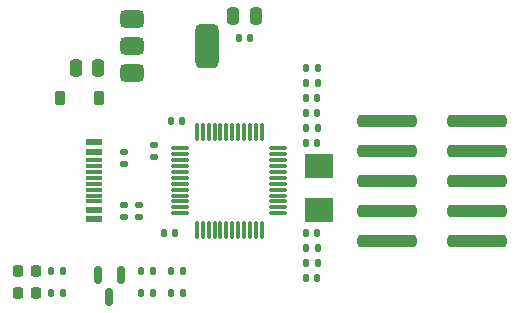
<source format=gtp>
%TF.GenerationSoftware,KiCad,Pcbnew,9.0.4+dfsg-1*%
%TF.CreationDate,2025-10-05T10:35:02+08:00*%
%TF.ProjectId,stlink,73746c69-6e6b-42e6-9b69-6361645f7063,b*%
%TF.SameCoordinates,Original*%
%TF.FileFunction,Paste,Top*%
%TF.FilePolarity,Positive*%
%FSLAX45Y45*%
G04 Gerber Fmt 4.5, Leading zero omitted, Abs format (unit mm)*
G04 Created by KiCad (PCBNEW 9.0.4+dfsg-1) date 2025-10-05 10:35:02*
%MOMM*%
%LPD*%
G01*
G04 APERTURE LIST*
G04 Aperture macros list*
%AMRoundRect*
0 Rectangle with rounded corners*
0 $1 Rounding radius*
0 $2 $3 $4 $5 $6 $7 $8 $9 X,Y pos of 4 corners*
0 Add a 4 corners polygon primitive as box body*
4,1,4,$2,$3,$4,$5,$6,$7,$8,$9,$2,$3,0*
0 Add four circle primitives for the rounded corners*
1,1,$1+$1,$2,$3*
1,1,$1+$1,$4,$5*
1,1,$1+$1,$6,$7*
1,1,$1+$1,$8,$9*
0 Add four rect primitives between the rounded corners*
20,1,$1+$1,$2,$3,$4,$5,0*
20,1,$1+$1,$4,$5,$6,$7,0*
20,1,$1+$1,$6,$7,$8,$9,0*
20,1,$1+$1,$8,$9,$2,$3,0*%
G04 Aperture macros list end*
%ADD10RoundRect,0.250000X0.250000X0.475000X-0.250000X0.475000X-0.250000X-0.475000X0.250000X-0.475000X0*%
%ADD11RoundRect,0.250000X-0.250000X-0.475000X0.250000X-0.475000X0.250000X0.475000X-0.250000X0.475000X0*%
%ADD12RoundRect,0.135000X-0.185000X0.135000X-0.185000X-0.135000X0.185000X-0.135000X0.185000X0.135000X0*%
%ADD13RoundRect,0.140000X-0.140000X-0.170000X0.140000X-0.170000X0.140000X0.170000X-0.140000X0.170000X0*%
%ADD14RoundRect,0.140000X0.140000X0.170000X-0.140000X0.170000X-0.140000X-0.170000X0.140000X-0.170000X0*%
%ADD15RoundRect,0.250000X-2.250000X-0.260000X2.250000X-0.260000X2.250000X0.260000X-2.250000X0.260000X0*%
%ADD16RoundRect,0.218750X-0.218750X-0.256250X0.218750X-0.256250X0.218750X0.256250X-0.218750X0.256250X0*%
%ADD17RoundRect,0.218750X0.218750X0.256250X-0.218750X0.256250X-0.218750X-0.256250X0.218750X-0.256250X0*%
%ADD18RoundRect,0.135000X-0.135000X-0.185000X0.135000X-0.185000X0.135000X0.185000X-0.135000X0.185000X0*%
%ADD19RoundRect,0.225000X0.225000X0.375000X-0.225000X0.375000X-0.225000X-0.375000X0.225000X-0.375000X0*%
%ADD20RoundRect,0.075000X0.662500X0.075000X-0.662500X0.075000X-0.662500X-0.075000X0.662500X-0.075000X0*%
%ADD21RoundRect,0.075000X0.075000X0.662500X-0.075000X0.662500X-0.075000X-0.662500X0.075000X-0.662500X0*%
%ADD22RoundRect,0.150000X-0.150000X0.587500X-0.150000X-0.587500X0.150000X-0.587500X0.150000X0.587500X0*%
%ADD23RoundRect,0.135000X0.135000X0.185000X-0.135000X0.185000X-0.135000X-0.185000X0.135000X-0.185000X0*%
%ADD24R,2.400000X2.000000*%
%ADD25RoundRect,0.135000X0.185000X-0.135000X0.185000X0.135000X-0.185000X0.135000X-0.185000X-0.135000X0*%
%ADD26R,1.450000X0.600000*%
%ADD27R,1.450000X0.300000*%
%ADD28RoundRect,0.375000X-0.625000X-0.375000X0.625000X-0.375000X0.625000X0.375000X-0.625000X0.375000X0*%
%ADD29RoundRect,0.500000X-0.500000X-1.400000X0.500000X-1.400000X0.500000X1.400000X-0.500000X1.400000X0*%
G04 APERTURE END LIST*
D10*
%TO.C,C4*%
X10953500Y-7937500D03*
X10763500Y-7937500D03*
%TD*%
D11*
%TO.C,C5*%
X12097000Y-7493000D03*
X12287000Y-7493000D03*
%TD*%
D12*
%TO.C,R5*%
X11303000Y-9093000D03*
X11303000Y-9195000D03*
%TD*%
D13*
%TO.C,C6*%
X12715500Y-9715500D03*
X12811500Y-9715500D03*
%TD*%
%TO.C,C7*%
X12715500Y-8191500D03*
X12811500Y-8191500D03*
%TD*%
D14*
%TO.C,C8*%
X11668500Y-8382000D03*
X11572500Y-8382000D03*
%TD*%
%TO.C,C9*%
X11605000Y-9334500D03*
X11509000Y-9334500D03*
%TD*%
D15*
%TO.C,J2*%
X13399500Y-8382000D03*
X14159500Y-8382000D03*
X13399500Y-8636000D03*
X14159500Y-8636000D03*
X13399500Y-8890000D03*
X14159500Y-8890000D03*
X13399500Y-9144000D03*
X14159500Y-9144000D03*
X13399500Y-9398000D03*
X14159500Y-9398000D03*
%TD*%
D14*
%TO.C,C2*%
X12811500Y-9334500D03*
X12715500Y-9334500D03*
%TD*%
%TO.C,C3*%
X12811500Y-8572500D03*
X12715500Y-8572500D03*
%TD*%
D16*
%TO.C,D2*%
X10271750Y-9652000D03*
X10429250Y-9652000D03*
%TD*%
D17*
%TO.C,D3*%
X10429250Y-9842500D03*
X10271750Y-9842500D03*
%TD*%
D18*
%TO.C,R14*%
X10553500Y-9652000D03*
X10655500Y-9652000D03*
%TD*%
D19*
%TO.C,D1*%
X10960000Y-8191500D03*
X10630000Y-8191500D03*
%TD*%
D20*
%TO.C,U1*%
X12481250Y-9165000D03*
X12481250Y-9115000D03*
X12481250Y-9065000D03*
X12481250Y-9015000D03*
X12481250Y-8965000D03*
X12481250Y-8915000D03*
X12481250Y-8865000D03*
X12481250Y-8815000D03*
X12481250Y-8765000D03*
X12481250Y-8715000D03*
X12481250Y-8665000D03*
X12481250Y-8615000D03*
D21*
X12340000Y-8473750D03*
X12290000Y-8473750D03*
X12240000Y-8473750D03*
X12190000Y-8473750D03*
X12140000Y-8473750D03*
X12090000Y-8473750D03*
X12040000Y-8473750D03*
X11990000Y-8473750D03*
X11940000Y-8473750D03*
X11890000Y-8473750D03*
X11840000Y-8473750D03*
X11790000Y-8473750D03*
D20*
X11648750Y-8615000D03*
X11648750Y-8665000D03*
X11648750Y-8715000D03*
X11648750Y-8765000D03*
X11648750Y-8815000D03*
X11648750Y-8865000D03*
X11648750Y-8915000D03*
X11648750Y-8965000D03*
X11648750Y-9015000D03*
X11648750Y-9065000D03*
X11648750Y-9115000D03*
X11648750Y-9165000D03*
D21*
X11790000Y-9306250D03*
X11840000Y-9306250D03*
X11890000Y-9306250D03*
X11940000Y-9306250D03*
X11990000Y-9306250D03*
X12040000Y-9306250D03*
X12090000Y-9306250D03*
X12140000Y-9306250D03*
X12190000Y-9306250D03*
X12240000Y-9306250D03*
X12290000Y-9306250D03*
X12340000Y-9306250D03*
%TD*%
D13*
%TO.C,C1*%
X12715500Y-8318500D03*
X12811500Y-8318500D03*
%TD*%
D18*
%TO.C,R1*%
X12712500Y-8445500D03*
X12814500Y-8445500D03*
%TD*%
%TO.C,R2*%
X11569500Y-9842500D03*
X11671500Y-9842500D03*
%TD*%
D12*
%TO.C,R11*%
X11430000Y-8585000D03*
X11430000Y-8687000D03*
%TD*%
D22*
%TO.C,Q1*%
X11144000Y-9685250D03*
X11049000Y-9872750D03*
X10954000Y-9685250D03*
%TD*%
D23*
%TO.C,R8*%
X11417500Y-9842500D03*
X11315500Y-9842500D03*
%TD*%
D18*
%TO.C,R9*%
X11315500Y-9652000D03*
X11417500Y-9652000D03*
%TD*%
D23*
%TO.C,R6*%
X12814500Y-9588500D03*
X12712500Y-9588500D03*
%TD*%
%TO.C,R7*%
X12814500Y-9461500D03*
X12712500Y-9461500D03*
%TD*%
D18*
%TO.C,R12*%
X12712500Y-7937500D03*
X12814500Y-7937500D03*
%TD*%
D23*
%TO.C,R10*%
X11671500Y-9652000D03*
X11569500Y-9652000D03*
%TD*%
D24*
%TO.C,Y1*%
X12827000Y-9138500D03*
X12827000Y-8768500D03*
%TD*%
D23*
%TO.C,R15*%
X10655500Y-9842500D03*
X10553500Y-9842500D03*
%TD*%
%TO.C,R13*%
X12814500Y-8064500D03*
X12712500Y-8064500D03*
%TD*%
D25*
%TO.C,R3*%
X11176000Y-9195000D03*
X11176000Y-9093000D03*
%TD*%
D26*
%TO.C,J1*%
X10922500Y-8565000D03*
X10922500Y-8645000D03*
D27*
X10922500Y-8765000D03*
X10922500Y-8865000D03*
X10922500Y-8915000D03*
X10922500Y-9015000D03*
D26*
X10922500Y-9135000D03*
X10922500Y-9215000D03*
X10922500Y-9215000D03*
X10922500Y-9135000D03*
D27*
X10922500Y-9065000D03*
X10922500Y-8965000D03*
X10922500Y-8815000D03*
X10922500Y-8715000D03*
D26*
X10922500Y-8645000D03*
X10922500Y-8565000D03*
%TD*%
D13*
%TO.C,C10*%
X12144000Y-7683500D03*
X12240000Y-7683500D03*
%TD*%
D12*
%TO.C,R4*%
X11176000Y-8648500D03*
X11176000Y-8750500D03*
%TD*%
D28*
%TO.C,U3*%
X11242000Y-7517000D03*
D29*
X11872000Y-7747000D03*
D28*
X11242000Y-7747000D03*
X11242000Y-7977000D03*
%TD*%
M02*

</source>
